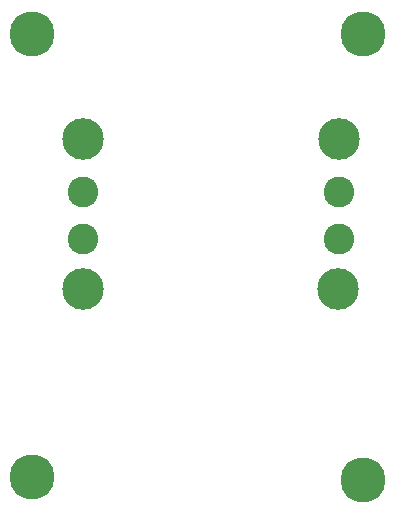
<source format=gbs>
G75*
G70*
%OFA0B0*%
%FSLAX24Y24*%
%IPPOS*%
%LPD*%
%AMOC8*
5,1,8,0,0,1.08239X$1,22.5*
%
%ADD10C,0.1504*%
%ADD11C,0.1386*%
%ADD12C,0.1025*%
D10*
X002049Y001183D03*
X013072Y001084D03*
X013072Y015946D03*
X002049Y015946D03*
D11*
X003761Y012452D03*
X003742Y007462D03*
X012265Y007452D03*
X012285Y012443D03*
D12*
X012285Y010681D03*
X012285Y009106D03*
X003761Y009116D03*
X003761Y010691D03*
M02*

</source>
